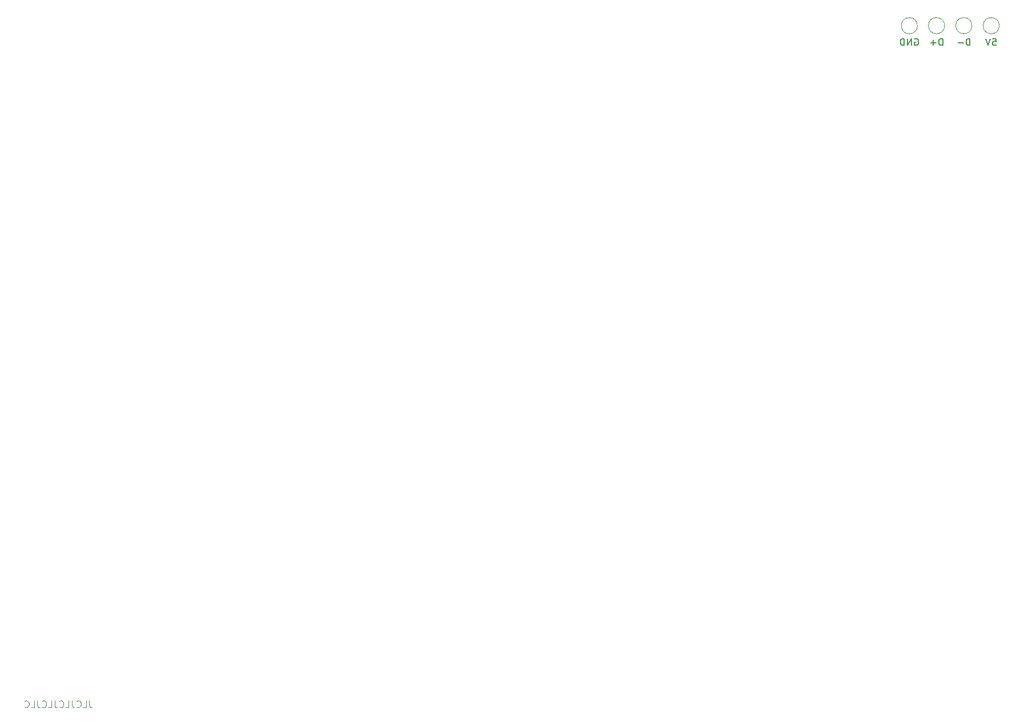
<source format=gbr>
%TF.GenerationSoftware,KiCad,Pcbnew,9.0.6*%
%TF.CreationDate,2025-12-02T23:38:21-05:00*%
%TF.ProjectId,frameortho,6672616d-656f-4727-9468-6f2e6b696361,rev?*%
%TF.SameCoordinates,Original*%
%TF.FileFunction,Legend,Bot*%
%TF.FilePolarity,Positive*%
%FSLAX46Y46*%
G04 Gerber Fmt 4.6, Leading zero omitted, Abs format (unit mm)*
G04 Created by KiCad (PCBNEW 9.0.6) date 2025-12-02 23:38:21*
%MOMM*%
%LPD*%
G01*
G04 APERTURE LIST*
%ADD10C,0.100000*%
%ADD11C,0.150000*%
%ADD12C,0.120000*%
%ADD13C,2.000000*%
%ADD14C,2.600000*%
%ADD15C,3.800000*%
G04 APERTURE END LIST*
D10*
X84660401Y-183372419D02*
X84660401Y-184086704D01*
X84660401Y-184086704D02*
X84708020Y-184229561D01*
X84708020Y-184229561D02*
X84803258Y-184324800D01*
X84803258Y-184324800D02*
X84946115Y-184372419D01*
X84946115Y-184372419D02*
X85041353Y-184372419D01*
X83708020Y-184372419D02*
X84184210Y-184372419D01*
X84184210Y-184372419D02*
X84184210Y-183372419D01*
X82803258Y-184277180D02*
X82850877Y-184324800D01*
X82850877Y-184324800D02*
X82993734Y-184372419D01*
X82993734Y-184372419D02*
X83088972Y-184372419D01*
X83088972Y-184372419D02*
X83231829Y-184324800D01*
X83231829Y-184324800D02*
X83327067Y-184229561D01*
X83327067Y-184229561D02*
X83374686Y-184134323D01*
X83374686Y-184134323D02*
X83422305Y-183943847D01*
X83422305Y-183943847D02*
X83422305Y-183800990D01*
X83422305Y-183800990D02*
X83374686Y-183610514D01*
X83374686Y-183610514D02*
X83327067Y-183515276D01*
X83327067Y-183515276D02*
X83231829Y-183420038D01*
X83231829Y-183420038D02*
X83088972Y-183372419D01*
X83088972Y-183372419D02*
X82993734Y-183372419D01*
X82993734Y-183372419D02*
X82850877Y-183420038D01*
X82850877Y-183420038D02*
X82803258Y-183467657D01*
X82088972Y-183372419D02*
X82088972Y-184086704D01*
X82088972Y-184086704D02*
X82136591Y-184229561D01*
X82136591Y-184229561D02*
X82231829Y-184324800D01*
X82231829Y-184324800D02*
X82374686Y-184372419D01*
X82374686Y-184372419D02*
X82469924Y-184372419D01*
X81136591Y-184372419D02*
X81612781Y-184372419D01*
X81612781Y-184372419D02*
X81612781Y-183372419D01*
X80231829Y-184277180D02*
X80279448Y-184324800D01*
X80279448Y-184324800D02*
X80422305Y-184372419D01*
X80422305Y-184372419D02*
X80517543Y-184372419D01*
X80517543Y-184372419D02*
X80660400Y-184324800D01*
X80660400Y-184324800D02*
X80755638Y-184229561D01*
X80755638Y-184229561D02*
X80803257Y-184134323D01*
X80803257Y-184134323D02*
X80850876Y-183943847D01*
X80850876Y-183943847D02*
X80850876Y-183800990D01*
X80850876Y-183800990D02*
X80803257Y-183610514D01*
X80803257Y-183610514D02*
X80755638Y-183515276D01*
X80755638Y-183515276D02*
X80660400Y-183420038D01*
X80660400Y-183420038D02*
X80517543Y-183372419D01*
X80517543Y-183372419D02*
X80422305Y-183372419D01*
X80422305Y-183372419D02*
X80279448Y-183420038D01*
X80279448Y-183420038D02*
X80231829Y-183467657D01*
X79517543Y-183372419D02*
X79517543Y-184086704D01*
X79517543Y-184086704D02*
X79565162Y-184229561D01*
X79565162Y-184229561D02*
X79660400Y-184324800D01*
X79660400Y-184324800D02*
X79803257Y-184372419D01*
X79803257Y-184372419D02*
X79898495Y-184372419D01*
X78565162Y-184372419D02*
X79041352Y-184372419D01*
X79041352Y-184372419D02*
X79041352Y-183372419D01*
X77660400Y-184277180D02*
X77708019Y-184324800D01*
X77708019Y-184324800D02*
X77850876Y-184372419D01*
X77850876Y-184372419D02*
X77946114Y-184372419D01*
X77946114Y-184372419D02*
X78088971Y-184324800D01*
X78088971Y-184324800D02*
X78184209Y-184229561D01*
X78184209Y-184229561D02*
X78231828Y-184134323D01*
X78231828Y-184134323D02*
X78279447Y-183943847D01*
X78279447Y-183943847D02*
X78279447Y-183800990D01*
X78279447Y-183800990D02*
X78231828Y-183610514D01*
X78231828Y-183610514D02*
X78184209Y-183515276D01*
X78184209Y-183515276D02*
X78088971Y-183420038D01*
X78088971Y-183420038D02*
X77946114Y-183372419D01*
X77946114Y-183372419D02*
X77850876Y-183372419D01*
X77850876Y-183372419D02*
X77708019Y-183420038D01*
X77708019Y-183420038D02*
X77660400Y-183467657D01*
X76946114Y-183372419D02*
X76946114Y-184086704D01*
X76946114Y-184086704D02*
X76993733Y-184229561D01*
X76993733Y-184229561D02*
X77088971Y-184324800D01*
X77088971Y-184324800D02*
X77231828Y-184372419D01*
X77231828Y-184372419D02*
X77327066Y-184372419D01*
X75993733Y-184372419D02*
X76469923Y-184372419D01*
X76469923Y-184372419D02*
X76469923Y-183372419D01*
X75088971Y-184277180D02*
X75136590Y-184324800D01*
X75136590Y-184324800D02*
X75279447Y-184372419D01*
X75279447Y-184372419D02*
X75374685Y-184372419D01*
X75374685Y-184372419D02*
X75517542Y-184324800D01*
X75517542Y-184324800D02*
X75612780Y-184229561D01*
X75612780Y-184229561D02*
X75660399Y-184134323D01*
X75660399Y-184134323D02*
X75708018Y-183943847D01*
X75708018Y-183943847D02*
X75708018Y-183800990D01*
X75708018Y-183800990D02*
X75660399Y-183610514D01*
X75660399Y-183610514D02*
X75612780Y-183515276D01*
X75612780Y-183515276D02*
X75517542Y-183420038D01*
X75517542Y-183420038D02*
X75374685Y-183372419D01*
X75374685Y-183372419D02*
X75279447Y-183372419D01*
X75279447Y-183372419D02*
X75136590Y-183420038D01*
X75136590Y-183420038D02*
X75088971Y-183467657D01*
D11*
X215218870Y-86102819D02*
X215218870Y-85102819D01*
X215218870Y-85102819D02*
X214980775Y-85102819D01*
X214980775Y-85102819D02*
X214837918Y-85150438D01*
X214837918Y-85150438D02*
X214742680Y-85245676D01*
X214742680Y-85245676D02*
X214695061Y-85340914D01*
X214695061Y-85340914D02*
X214647442Y-85531390D01*
X214647442Y-85531390D02*
X214647442Y-85674247D01*
X214647442Y-85674247D02*
X214695061Y-85864723D01*
X214695061Y-85864723D02*
X214742680Y-85959961D01*
X214742680Y-85959961D02*
X214837918Y-86055200D01*
X214837918Y-86055200D02*
X214980775Y-86102819D01*
X214980775Y-86102819D02*
X215218870Y-86102819D01*
X214218870Y-85721866D02*
X213456966Y-85721866D01*
X218591590Y-85102819D02*
X219067780Y-85102819D01*
X219067780Y-85102819D02*
X219115399Y-85579009D01*
X219115399Y-85579009D02*
X219067780Y-85531390D01*
X219067780Y-85531390D02*
X218972542Y-85483771D01*
X218972542Y-85483771D02*
X218734447Y-85483771D01*
X218734447Y-85483771D02*
X218639209Y-85531390D01*
X218639209Y-85531390D02*
X218591590Y-85579009D01*
X218591590Y-85579009D02*
X218543971Y-85674247D01*
X218543971Y-85674247D02*
X218543971Y-85912342D01*
X218543971Y-85912342D02*
X218591590Y-86007580D01*
X218591590Y-86007580D02*
X218639209Y-86055200D01*
X218639209Y-86055200D02*
X218734447Y-86102819D01*
X218734447Y-86102819D02*
X218972542Y-86102819D01*
X218972542Y-86102819D02*
X219067780Y-86055200D01*
X219067780Y-86055200D02*
X219115399Y-86007580D01*
X218258256Y-85102819D02*
X217924923Y-86102819D01*
X217924923Y-86102819D02*
X217591590Y-85102819D01*
X207013020Y-85150438D02*
X207108258Y-85102819D01*
X207108258Y-85102819D02*
X207251115Y-85102819D01*
X207251115Y-85102819D02*
X207393972Y-85150438D01*
X207393972Y-85150438D02*
X207489210Y-85245676D01*
X207489210Y-85245676D02*
X207536829Y-85340914D01*
X207536829Y-85340914D02*
X207584448Y-85531390D01*
X207584448Y-85531390D02*
X207584448Y-85674247D01*
X207584448Y-85674247D02*
X207536829Y-85864723D01*
X207536829Y-85864723D02*
X207489210Y-85959961D01*
X207489210Y-85959961D02*
X207393972Y-86055200D01*
X207393972Y-86055200D02*
X207251115Y-86102819D01*
X207251115Y-86102819D02*
X207155877Y-86102819D01*
X207155877Y-86102819D02*
X207013020Y-86055200D01*
X207013020Y-86055200D02*
X206965401Y-86007580D01*
X206965401Y-86007580D02*
X206965401Y-85674247D01*
X206965401Y-85674247D02*
X207155877Y-85674247D01*
X206536829Y-86102819D02*
X206536829Y-85102819D01*
X206536829Y-85102819D02*
X205965401Y-86102819D01*
X205965401Y-86102819D02*
X205965401Y-85102819D01*
X205489210Y-86102819D02*
X205489210Y-85102819D01*
X205489210Y-85102819D02*
X205251115Y-85102819D01*
X205251115Y-85102819D02*
X205108258Y-85150438D01*
X205108258Y-85150438D02*
X205013020Y-85245676D01*
X205013020Y-85245676D02*
X204965401Y-85340914D01*
X204965401Y-85340914D02*
X204917782Y-85531390D01*
X204917782Y-85531390D02*
X204917782Y-85674247D01*
X204917782Y-85674247D02*
X204965401Y-85864723D01*
X204965401Y-85864723D02*
X205013020Y-85959961D01*
X205013020Y-85959961D02*
X205108258Y-86055200D01*
X205108258Y-86055200D02*
X205251115Y-86102819D01*
X205251115Y-86102819D02*
X205489210Y-86102819D01*
X211168869Y-86102819D02*
X211168869Y-85102819D01*
X211168869Y-85102819D02*
X210930774Y-85102819D01*
X210930774Y-85102819D02*
X210787917Y-85150438D01*
X210787917Y-85150438D02*
X210692679Y-85245676D01*
X210692679Y-85245676D02*
X210645060Y-85340914D01*
X210645060Y-85340914D02*
X210597441Y-85531390D01*
X210597441Y-85531390D02*
X210597441Y-85674247D01*
X210597441Y-85674247D02*
X210645060Y-85864723D01*
X210645060Y-85864723D02*
X210692679Y-85959961D01*
X210692679Y-85959961D02*
X210787917Y-86055200D01*
X210787917Y-86055200D02*
X210930774Y-86102819D01*
X210930774Y-86102819D02*
X211168869Y-86102819D01*
X210168869Y-85721866D02*
X209406965Y-85721866D01*
X209787917Y-86102819D02*
X209787917Y-85340914D01*
D12*
%TO.C,TP20*%
X207424799Y-83190000D02*
G75*
G02*
X205024799Y-83190000I-1200000J0D01*
G01*
X205024799Y-83190000D02*
G75*
G02*
X207424799Y-83190000I1200000J0D01*
G01*
%TO.C,TP18*%
X211461601Y-83180000D02*
G75*
G02*
X209061601Y-83180000I-1200000J0D01*
G01*
X209061601Y-83180000D02*
G75*
G02*
X211461601Y-83180000I1200000J0D01*
G01*
%TO.C,TP17*%
X219574798Y-83190000D02*
G75*
G02*
X217174798Y-83190000I-1200000J0D01*
G01*
X217174798Y-83190000D02*
G75*
G02*
X219574798Y-83190000I1200000J0D01*
G01*
%TO.C,TP19*%
X215511602Y-83180000D02*
G75*
G02*
X213111602Y-83180000I-1200000J0D01*
G01*
X213111602Y-83180000D02*
G75*
G02*
X215511602Y-83180000I1200000J0D01*
G01*
%TD*%
%LPC*%
D13*
%TO.C,S3*%
X158316022Y-93584191D03*
X161264298Y-94542144D03*
%TD*%
%TO.C,S13*%
X153203827Y-109276631D03*
X156152103Y-110234584D03*
%TD*%
%TO.C,S12*%
X136233346Y-108114338D03*
X139181622Y-109072291D03*
%TD*%
%TO.C,S11*%
X117166854Y-113385940D03*
X120115130Y-114343893D03*
%TD*%
%TO.C,S15*%
X182543814Y-125724392D03*
X185492090Y-126682345D03*
%TD*%
%TO.C,S10*%
X299245756Y-98651469D03*
X302194032Y-97693516D03*
%TD*%
D14*
%TO.C,H4*%
X236556331Y-91807292D03*
D15*
X236556331Y-91807292D03*
%TD*%
D13*
%TO.C,S31*%
X163703643Y-158364205D03*
X166724190Y-159061553D03*
%TD*%
%TO.C,S26*%
X244093203Y-142374786D03*
X247041479Y-141416833D03*
%TD*%
%TO.C,S18*%
X268320978Y-110234584D03*
X271269254Y-109276631D03*
%TD*%
D14*
%TO.C,H3*%
X233063339Y-152044107D03*
D15*
X233063339Y-152044107D03*
%TD*%
D13*
%TO.C,S35*%
X240986931Y-165710411D03*
X243724068Y-164255049D03*
%TD*%
%TO.C,S17*%
X253906594Y-119243089D03*
X256854870Y-118285136D03*
%TD*%
%TO.C,S4*%
X172730406Y-102592696D03*
X175678682Y-103550649D03*
%TD*%
%TO.C,S23*%
X148091632Y-124969055D03*
X151039908Y-125927008D03*
%TD*%
%TO.C,S34*%
X226674100Y-176388382D03*
X228941297Y-174274187D03*
%TD*%
%TO.C,S7*%
X248794399Y-103550649D03*
X251742675Y-102592696D03*
%TD*%
%TO.C,S20*%
X304357951Y-114343893D03*
X307306227Y-113385940D03*
%TD*%
%TO.C,S25*%
X177431619Y-141416833D03*
X180379895Y-142374786D03*
%TD*%
D14*
%TO.C,H6*%
X101678787Y-99396274D03*
D15*
X101678787Y-99396274D03*
%TD*%
D13*
%TO.C,S30*%
X309470146Y-130036333D03*
X312418422Y-129078380D03*
%TD*%
%TO.C,S2*%
X141345541Y-92421898D03*
X144293817Y-93379851D03*
%TD*%
%TO.C,S32*%
X180749029Y-164255049D03*
X183486166Y-165710411D03*
%TD*%
%TO.C,S16*%
X238981007Y-126682345D03*
X241929283Y-125724392D03*
%TD*%
%TO.C,S22*%
X131121151Y-123806762D03*
X134069427Y-124764715D03*
%TD*%
D14*
%TO.C,H2*%
X187916750Y-91807292D03*
D15*
X187916750Y-91807292D03*
%TD*%
D14*
%TO.C,H5*%
X138273081Y-145548579D03*
D15*
X138273081Y-145548579D03*
%TD*%
D13*
%TO.C,S27*%
X259018806Y-134935513D03*
X261967082Y-133977560D03*
%TD*%
%TO.C,S24*%
X162506016Y-133977560D03*
X165454292Y-134935513D03*
%TD*%
%TO.C,S6*%
X233868796Y-110989904D03*
X236817072Y-110031951D03*
%TD*%
%TO.C,S8*%
X263208783Y-94542144D03*
X266157059Y-93584191D03*
%TD*%
%TO.C,S9*%
X280179264Y-93379851D03*
X283127540Y-92421898D03*
%TD*%
D14*
%TO.C,H7*%
X286200000Y-145548579D03*
D15*
X286200000Y-145548579D03*
%TD*%
D14*
%TO.C,H10*%
X255821512Y-175921749D03*
D15*
X255821512Y-175921749D03*
%TD*%
D13*
%TO.C,S28*%
X273433189Y-125927008D03*
X276381465Y-124969055D03*
%TD*%
%TO.C,S14*%
X167618211Y-118285136D03*
X170566487Y-119243089D03*
%TD*%
D14*
%TO.C,H9*%
X168651585Y-175921749D03*
D15*
X168651585Y-175921749D03*
%TD*%
D13*
%TO.C,S5*%
X187656009Y-110031951D03*
X190604285Y-110989904D03*
%TD*%
%TO.C,S33*%
X195531784Y-174274187D03*
X197798981Y-176388382D03*
%TD*%
D14*
%TO.C,H8*%
X322794310Y-99396274D03*
D15*
X322794310Y-99396274D03*
%TD*%
D13*
%TO.C,S29*%
X290403670Y-124764715D03*
X293351946Y-123806762D03*
%TD*%
%TO.C,S21*%
X112054659Y-129078380D03*
X115002935Y-130036333D03*
%TD*%
%TO.C,S1*%
X122279065Y-97693516D03*
X125227341Y-98651469D03*
%TD*%
%TO.C,S36*%
X257748891Y-159061553D03*
X260769438Y-158364205D03*
%TD*%
D14*
%TO.C,H1*%
X191409759Y-152044107D03*
D15*
X191409759Y-152044107D03*
%TD*%
D13*
%TO.C,S19*%
X285291475Y-109072291D03*
X288239751Y-108114338D03*
%TD*%
%TO.C,TP20*%
X206224799Y-83190000D03*
%TD*%
%TO.C,TP18*%
X210261601Y-83180000D03*
%TD*%
%TO.C,TP17*%
X218374798Y-83190000D03*
%TD*%
%TO.C,TP19*%
X214311602Y-83180000D03*
%TD*%
%LPD*%
M02*

</source>
